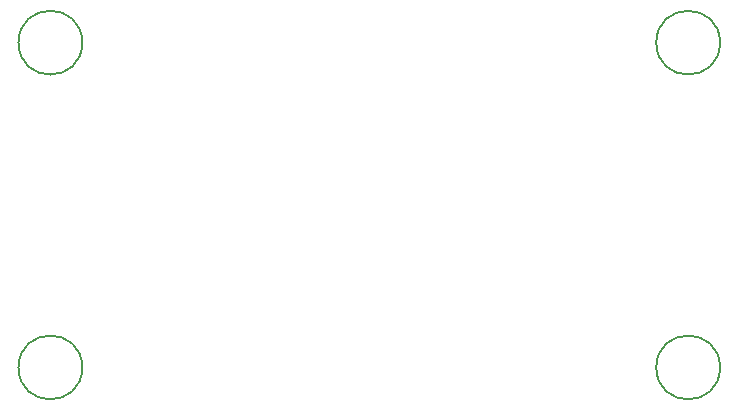
<source format=gbr>
%TF.GenerationSoftware,KiCad,Pcbnew,8.0.1+dfsg-1*%
%TF.CreationDate,2024-03-31T16:11:40+00:00*%
%TF.ProjectId,t1,74312e6b-6963-4616-945f-706362585858,WIP*%
%TF.SameCoordinates,Original*%
%TF.FileFunction,Other,Comment*%
%FSLAX46Y46*%
G04 Gerber Fmt 4.6, Leading zero omitted, Abs format (unit mm)*
G04 Created by KiCad (PCBNEW 8.0.1+dfsg-1) date 2024-03-31 16:11:40*
%MOMM*%
%LPD*%
G01*
G04 APERTURE LIST*
%ADD10C,0.150000*%
G04 APERTURE END LIST*
D10*
%TO.C,H1*%
X179700000Y-97000000D02*
G75*
G02*
X174300000Y-97000000I-2700000J0D01*
G01*
X174300000Y-97000000D02*
G75*
G02*
X179700000Y-97000000I2700000J0D01*
G01*
%TO.C,H2*%
X125700000Y-97000000D02*
G75*
G02*
X120300000Y-97000000I-2700000J0D01*
G01*
X120300000Y-97000000D02*
G75*
G02*
X125700000Y-97000000I2700000J0D01*
G01*
%TO.C,H3*%
X125700000Y-69500000D02*
G75*
G02*
X120300000Y-69500000I-2700000J0D01*
G01*
X120300000Y-69500000D02*
G75*
G02*
X125700000Y-69500000I2700000J0D01*
G01*
%TO.C,H4*%
X179700000Y-69500000D02*
G75*
G02*
X174300000Y-69500000I-2700000J0D01*
G01*
X174300000Y-69500000D02*
G75*
G02*
X179700000Y-69500000I2700000J0D01*
G01*
%TD*%
M02*

</source>
